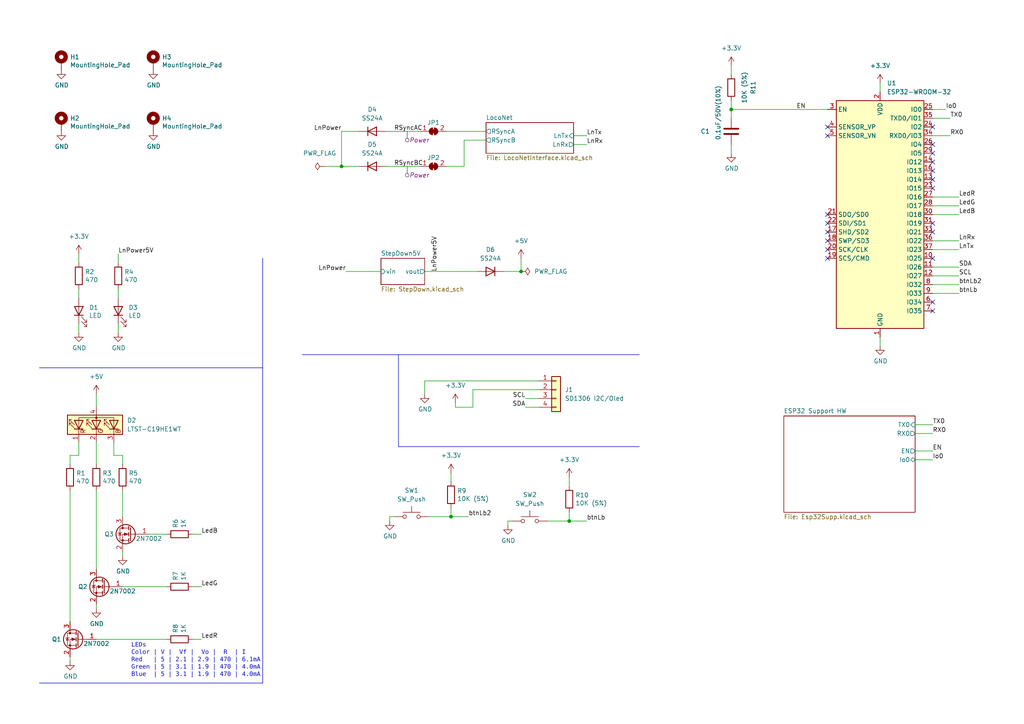
<source format=kicad_sch>
(kicad_sch (version 20231120) (generator "eeschema") (generator_version "8.0")
  (paper "A4")
  (lib_symbols
    (symbol "Connector_Generic:Conn_01x04" (pin_names (offset 1.016) hide)
      (property "Reference" "J" (at 0 5.08 0))
      (property "Value" "Conn_01x04" (at 0 -7.62 0))
      (symbol "Conn_01x04_1_1"
        (rectangle (start -1.27 -4.953) (end 0 -5.207) (stroke (width 0.1524)))
        (rectangle (start -1.27 -2.413) (end 0 -2.667) (stroke (width 0.1524)))
        (rectangle (start -1.27 0.127) (end 0 -0.127) (stroke (width 0.1524)))
        (rectangle (start -1.27 2.667) (end 0 2.413) (stroke (width 0.1524)))
        (rectangle (start -1.27 3.81) (end 1.27 -6.35) (stroke (width 0.254)) (fill (type background)))
        (pin passive line (at -5.08 2.54 0) (length 3.81) (name "Pin_1") (number "1"))
        (pin passive line (at -5.08 0 0) (length 3.81) (name "Pin_2") (number "2"))
        (pin passive line (at -5.08 -2.54 0) (length 3.81) (name "Pin_3") (number "3"))
        (pin passive line (at -5.08 -5.08 0) (length 3.81) (name "Pin_4") (number "4"))
      )
    )
    (symbol "Device:C" (pin_numbers hide) (pin_names (offset 0.254))
      (property "Reference" "C" (at 0.635 2.54 0))
      (property "Value" "C" (at 0.635 -2.54 0))
      (symbol "C_0_1"
        (polyline (pts (xy -2.032 -0.762) (xy 2.032 -0.762)) (stroke (width 0.508)))
        (polyline (pts (xy -2.032 0.762) (xy 2.032 0.762)) (stroke (width 0.508)))
      )
      (symbol "C_1_1"
        (pin passive line (at 0 3.81 270) (length 2.794) (name "~") (number "1"))
        (pin passive line (at 0 -3.81 90) (length 2.794) (name "~") (number "2"))
      )
    )
    (symbol "Device:D" (pin_numbers hide) (pin_names (offset 1.016) hide)
      (property "Reference" "D" (at 0 2.54 0))
      (property "Value" "D" (at 0 -2.54 0))
      (symbol "D_0_1"
        (polyline (pts (xy -1.27 1.27) (xy -1.27 -1.27)) (stroke (width 0.254)))
        (polyline (pts (xy 1.27 0) (xy -1.27 0)))
        (polyline (pts (xy 1.27 1.27) (xy 1.27 -1.27) (xy -1.27 0) (xy 1.27 1.27)) (stroke (width 0.254)))
      )
      (symbol "D_1_1"
        (pin passive line (at -3.81 0 0) (length 2.54) (name "K") (number "1"))
        (pin passive line (at 3.81 0 180) (length 2.54) (name "A") (number "2"))
      )
    )
    (symbol "Device:LED" (pin_numbers hide) (pin_names (offset 1.016) hide)
      (property "Reference" "D" (at 0 2.54 0))
      (property "Value" "LED" (at 0 -2.54 0))
      (symbol "LED_0_1"
        (polyline (pts (xy -1.27 -1.27) (xy -1.27 1.27)) (stroke (width 0.254)))
        (polyline (pts (xy -1.27 0) (xy 1.27 0)))
        (polyline (pts (xy 1.27 -1.27) (xy 1.27 1.27) (xy -1.27 0) (xy 1.27 -1.27)) (stroke (width 0.254)))
        (polyline (pts (xy -3.048 -0.762) (xy -4.572 -2.286) (xy -3.81 -2.286) (xy -4.572 -2.286) (xy -4.572 -1.524)))
        (polyline (pts (xy -1.778 -0.762) (xy -3.302 -2.286) (xy -2.54 -2.286) (xy -3.302 -2.286) (xy -3.302 -1.524)))
      )
      (symbol "LED_1_1"
        (pin passive line (at -3.81 0 0) (length 2.54) (name "K") (number "1"))
        (pin passive line (at 3.81 0 180) (length 2.54) (name "A") (number "2"))
      )
    )
    (symbol "Device:LED_RGBA" (pin_names (offset 0) hide)
      (property "Reference" "D" (at 0 9.398 0))
      (property "Value" "LED_RGBA" (at 0 -8.89 0))
      (symbol "LED_RGBA_0_0"
        (text "B" (at -1.905 -6.35 0) (effects (font (size 1.27 1.27))))
        (text "G" (at -1.905 -1.27 0) (effects (font (size 1.27 1.27))))
        (text "R" (at -1.905 3.81 0) (effects (font (size 1.27 1.27))))
      )
      (symbol "LED_RGBA_0_1"
        (polyline (pts (xy -1.27 -5.08) (xy -2.54 -5.08)))
        (polyline (pts (xy -1.27 -5.08) (xy 1.27 -5.08)))
        (polyline (pts (xy -1.27 -3.81) (xy -1.27 -6.35)) (stroke (width 0.254)))
        (polyline (pts (xy -1.27 0) (xy -2.54 0)))
        (polyline (pts (xy -1.27 1.27) (xy -1.27 -1.27)) (stroke (width 0.254)))
        (polyline (pts (xy -1.27 5.08) (xy -2.54 5.08)))
        (polyline (pts (xy -1.27 5.08) (xy 1.27 5.08)))
        (polyline (pts (xy -1.27 6.35) (xy -1.27 3.81)) (stroke (width 0.254)))
        (polyline (pts (xy 1.27 0) (xy -1.27 0)))
        (polyline (pts (xy 1.27 0) (xy 2.54 0)))
        (polyline (pts (xy -1.27 1.27) (xy -1.27 -1.27) (xy -1.27 -1.27)))
        (polyline (pts (xy -1.27 6.35) (xy -1.27 3.81) (xy -1.27 3.81)))
        (polyline (pts (xy 1.27 -5.08) (xy 2.032 -5.08) (xy 2.032 5.08) (xy 1.27 5.08)))
        (polyline (pts (xy 1.27 -3.81) (xy 1.27 -6.35) (xy -1.27 -5.08) (xy 1.27 -3.81)) (stroke (width 0.254)))
        (polyline (pts (xy 1.27 1.27) (xy 1.27 -1.27) (xy -1.27 0) (xy 1.27 1.27)) (stroke (width 0.254)))
        (polyline (pts (xy 1.27 6.35) (xy 1.27 3.81) (xy -1.27 5.08) (xy 1.27 6.35)) (stroke (width 0.254)))
        (polyline (pts (xy -1.016 -3.81) (xy 0.508 -2.286) (xy -0.254 -2.286) (xy 0.508 -2.286) (xy 0.508 -3.048)))
        (polyline (pts (xy -1.016 1.27) (xy 0.508 2.794) (xy -0.254 2.794) (xy 0.508 2.794) (xy 0.508 2.032)))
        (polyline (pts (xy -1.016 6.35) (xy 0.508 7.874) (xy -0.254 7.874) (xy 0.508 7.874) (xy 0.508 7.112)))
        (polyline (pts (xy 0 -3.81) (xy 1.524 -2.286) (xy 0.762 -2.286) (xy 1.524 -2.286) (xy 1.524 -3.048)))
        (polyline (pts (xy 0 1.27) (xy 1.524 2.794) (xy 0.762 2.794) (xy 1.524 2.794) (xy 1.524 2.032)))
        (polyline (pts (xy 0 6.35) (xy 1.524 7.874) (xy 0.762 7.874) (xy 1.524 7.874) (xy 1.524 7.112)))
        (rectangle (start 1.27 -1.27) (end 1.27 1.27))
        (rectangle (start 1.27 1.27) (end 1.27 1.27))
        (rectangle (start 1.27 3.81) (end 1.27 6.35))
        (rectangle (start 1.27 6.35) (end 1.27 6.35))
        (circle (center 2.032 0) (radius 0.254) (fill (type outline)))
        (rectangle (start 2.794 8.382) (end -2.794 -7.62) (stroke (width 0.254)) (fill (type background)))
      )
      (symbol "LED_RGBA_1_1"
        (pin passive line (at -5.08 5.08 0) (length 2.54) (name "RK") (number "1"))
        (pin passive line (at -5.08 0 0) (length 2.54) (name "GK") (number "2"))
        (pin passive line (at -5.08 -5.08 0) (length 2.54) (name "BK") (number "3"))
        (pin passive line (at 5.08 0 180) (length 2.54) (name "A") (number "4"))
      )
    )
    (symbol "Device:R" (pin_numbers hide) (pin_names (offset 0))
      (property "Reference" "R" (at 2.032 0 90))
      (property "Value" "R" (at 0 0 90))
      (symbol "R_0_1"
        (rectangle (start -1.016 -2.54) (end 1.016 2.54) (stroke (width 0.254)))
      )
      (symbol "R_1_1"
        (pin passive line (at 0 3.81 270) (length 1.27) (name "~") (number "1"))
        (pin passive line (at 0 -3.81 90) (length 1.27) (name "~") (number "2"))
      )
    )
    (symbol "Jumper:SolderJumper_2_Bridged" (pin_names (offset 0) hide)
      (property "Reference" "JP" (at 0 2.032 0))
      (property "Value" "SolderJumper_2_Bridged" (at 0 -2.54 0))
      (symbol "SolderJumper_2_Bridged_0_1"
        (rectangle (start -0.508 0.508) (end 0.508 -0.508) (fill (type outline)))
        (arc (start -0.254 1.016) (mid -1.2656 0) (end -0.254 -1.016))
        (arc (start -0.254 1.016) (mid -1.2656 0) (end -0.254 -1.016) (fill (type outline)))
        (polyline (pts (xy -0.254 1.016) (xy -0.254 -1.016)))
        (polyline (pts (xy 0.254 1.016) (xy 0.254 -1.016)))
        (arc (start 0.254 -1.016) (mid 1.2656 0) (end 0.254 1.016))
        (arc (start 0.254 -1.016) (mid 1.2656 0) (end 0.254 1.016) (fill (type outline)))
      )
      (symbol "SolderJumper_2_Bridged_1_1"
        (pin passive line (at -3.81 0 0) (length 2.54) (name "A") (number "1"))
        (pin passive line (at 3.81 0 180) (length 2.54) (name "B") (number "2"))
      )
    )
    (symbol "Mechanical:MountingHole_Pad" (pin_numbers hide) (pin_names (offset 1.016) hide)
      (property "Reference" "H" (at 0 6.35 0))
      (property "Value" "MountingHole_Pad" (at 0 4.445 0))
      (symbol "MountingHole_Pad_0_1"
        (circle (center 0 1.27) (radius 1.27) (stroke (width 1.27)))
      )
      (symbol "MountingHole_Pad_1_1"
        (pin input line (at 0 -2.54 90) (length 2.54) (name "1") (number "1"))
      )
    )
    (symbol "RF_Module:ESP32-WROOM-32"
      (property "Reference" "U" (at -12.7 34.29 0))
      (property "Value" "ESP32-WROOM-32" (at 1.27 34.29 0))
      (symbol "ESP32-WROOM-32_0_1"
        (rectangle (start -12.7 33.02) (end 12.7 -33.02) (stroke (width 0.254)) (fill (type background)))
      )
      (symbol "ESP32-WROOM-32_1_1"
        (pin power_in line (at 0 -35.56 90) (length 2.54) (name "GND") (number "1"))
        (pin bidirectional line (at 15.24 -12.7 180) (length 2.54) (name "IO25") (number "10"))
        (pin bidirectional line (at 15.24 -15.24 180) (length 2.54) (name "IO26") (number "11"))
        (pin bidirectional line (at 15.24 -17.78 180) (length 2.54) (name "IO27") (number "12"))
        (pin bidirectional line (at 15.24 10.16 180) (length 2.54) (name "IO14") (number "13"))
        (pin bidirectional line (at 15.24 15.24 180) (length 2.54) (name "IO12") (number "14"))
        (pin passive line (at 0 -35.56 90) (length 2.54) hide (name "GND") (number "15"))
        (pin bidirectional line (at 15.24 12.7 180) (length 2.54) (name "IO13") (number "16"))
        (pin bidirectional line (at -15.24 -5.08 0) (length 2.54) (name "SHD/SD2") (number "17"))
        (pin bidirectional line (at -15.24 -7.62 0) (length 2.54) (name "SWP/SD3") (number "18"))
        (pin bidirectional line (at -15.24 -12.7 0) (length 2.54) (name "SCS/CMD") (number "19"))
        (pin power_in line (at 0 35.56 270) (length 2.54) (name "VDD") (number "2"))
        (pin bidirectional line (at -15.24 -10.16 0) (length 2.54) (name "SCK/CLK") (number "20"))
        (pin bidirectional line (at -15.24 0 0) (length 2.54) (name "SDO/SD0") (number "21"))
        (pin bidirectional line (at -15.24 -2.54 0) (length 2.54) (name "SDI/SD1") (number "22"))
        (pin bidirectional line (at 15.24 7.62 180) (length 2.54) (name "IO15") (number "23"))
        (pin bidirectional line (at 15.24 25.4 180) (length 2.54) (name "IO2") (number "24"))
        (pin bidirectional line (at 15.24 30.48 180) (length 2.54) (name "IO0") (number "25"))
        (pin bidirectional line (at 15.24 20.32 180) (length 2.54) (name "IO4") (number "26"))
        (pin bidirectional line (at 15.24 5.08 180) (length 2.54) (name "IO16") (number "27"))
        (pin bidirectional line (at 15.24 2.54 180) (length 2.54) (name "IO17") (number "28"))
        (pin bidirectional line (at 15.24 17.78 180) (length 2.54) (name "IO5") (number "29"))
        (pin input line (at -15.24 30.48 0) (length 2.54) (name "EN") (number "3"))
        (pin bidirectional line (at 15.24 0 180) (length 2.54) (name "IO18") (number "30"))
        (pin bidirectional line (at 15.24 -2.54 180) (length 2.54) (name "IO19") (number "31"))
        (pin no_connect line (at -12.7 -27.94 0) (length 2.54) hide (name "NC") (number "32"))
        (pin bidirectional line (at 15.24 -5.08 180) (length 2.54) (name "IO21") (number "33"))
        (pin bidirectional line (at 15.24 22.86 180) (length 2.54) (name "RXD0/IO3") (number "34"))
        (pin bidirectional line (at 15.24 27.94 180) (length 2.54) (name "TXD0/IO1") (number "35"))
        (pin bidirectional line (at 15.24 -7.62 180) (length 2.54) (name "IO22") (number "36"))
        (pin bidirectional line (at 15.24 -10.16 180) (length 2.54) (name "IO23") (number "37"))
        (pin passive line (at 0 -35.56 90) (length 2.54) hide (name "GND") (number "38"))
        (pin passive line (at 0 -35.56 90) (length 2.54) hide (name "GND") (number "39"))
        (pin input line (at -15.24 25.4 0) (length 2.54) (name "SENSOR_VP") (number "4"))
        (pin input line (at -15.24 22.86 0) (length 2.54) (name "SENSOR_VN") (number "5"))
        (pin input line (at 15.24 -25.4 180) (length 2.54) (name "IO34") (number "6"))
        (pin input line (at 15.24 -27.94 180) (length 2.54) (name "IO35") (number "7"))
        (pin bidirectional line (at 15.24 -20.32 180) (length 2.54) (name "IO32") (number "8"))
        (pin bidirectional line (at 15.24 -22.86 180) (length 2.54) (name "IO33") (number "9"))
      )
    )
    (symbol "Switch:SW_Push" (pin_numbers hide) (pin_names (offset 1.016) hide)
      (property "Reference" "SW" (at 1.27 2.54 0))
      (property "Value" "SW_Push" (at 0 -1.524 0))
      (symbol "SW_Push_0_1"
        (circle (center -2.032 0) (radius 0.508))
        (polyline (pts (xy 0 1.27) (xy 0 3.048)))
        (polyline (pts (xy 2.54 1.27) (xy -2.54 1.27)))
        (circle (center 2.032 0) (radius 0.508))
        (pin passive line (at -5.08 0 0) (length 2.54) (name "1") (number "1"))
        (pin passive line (at 5.08 0 180) (length 2.54) (name "2") (number "2"))
      )
    )
    (symbol "Transistor_FET:2N7002" (pin_names hide)
      (property "Reference" "Q" (at 5.08 1.905 0))
      (property "Value" "2N7002" (at 5.08 0 0))
      (symbol "2N7002_0_1"
        (polyline (pts (xy 0.254 0) (xy -2.54 0)))
        (polyline (pts (xy 0.254 1.905) (xy 0.254 -1.905)) (stroke (width 0.254)))
        (polyline (pts (xy 0.762 -1.27) (xy 0.762 -2.286)) (stroke (width 0.254)))
        (polyline (pts (xy 0.762 0.508) (xy 0.762 -0.508)) (stroke (width 0.254)))
        (polyline (pts (xy 0.762 2.286) (xy 0.762 1.27)) (stroke (width 0.254)))
        (polyline (pts (xy 2.54 2.54) (xy 2.54 1.778)))
        (polyline (pts (xy 2.54 -2.54) (xy 2.54 0) (xy 0.762 0)))
        (polyline (pts (xy 0.762 -1.778) (xy 3.302 -1.778) (xy 3.302 1.778) (xy 0.762 1.778)))
        (polyline (pts (xy 1.016 0) (xy 2.032 0.381) (xy 2.032 -0.381) (xy 1.016 0)) (fill (type outline)))
        (polyline (pts (xy 2.794 0.508) (xy 2.921 0.381) (xy 3.683 0.381) (xy 3.81 0.254)))
        (polyline (pts (xy 3.302 0.381) (xy 2.921 -0.254) (xy 3.683 -0.254) (xy 3.302 0.381)))
        (circle (center 1.651 0) (radius 2.794) (stroke (width 0.254)))
        (circle (center 2.54 -1.778) (radius 0.254) (fill (type outline)))
        (circle (center 2.54 1.778) (radius 0.254) (fill (type outline)))
      )
      (symbol "2N7002_1_1"
        (pin input line (at -5.08 0 0) (length 2.54) (name "G") (number "1"))
        (pin passive line (at 2.54 -5.08 90) (length 2.54) (name "S") (number "2"))
        (pin passive line (at 2.54 5.08 270) (length 2.54) (name "D") (number "3"))
      )
    )
    (symbol "power:+3.3V" (power) (pin_names (offset 0))
      (property "Value" "+3.3V" (at 0 3.556 0))
      (symbol "+3.3V_0_1"
        (polyline (pts (xy -0.762 1.27) (xy 0 2.54)))
        (polyline (pts (xy 0 0) (xy 0 2.54)))
        (polyline (pts (xy 0 2.54) (xy 0.762 1.27)))
      )
      (symbol "+3.3V_1_1"
        (pin power_in line (at 0 0 90) (length 0) hide (name "+3.3V") (number "1"))
      )
    )
    (symbol "power:+5V" (power) (pin_names (offset 0))
      (property "Value" "+5V" (at 0 3.556 0))
      (symbol "+5V_0_1"
        (polyline (pts (xy -0.762 1.27) (xy 0 2.54)))
        (polyline (pts (xy 0 0) (xy 0 2.54)))
        (polyline (pts (xy 0 2.54) (xy 0.762 1.27)))
      )
      (symbol "+5V_1_1"
        (pin power_in line (at 0 0 90) (length 0) hide (name "+5V") (number "1"))
      )
    )
    (symbol "power:GND" (power) (pin_names (offset 0))
      (property "Value" "GND" (at 0 -3.81 0))
      (symbol "GND_0_1"
        (polyline (pts (xy 0 0) (xy 0 -1.27) (xy 1.27 -1.27) (xy 0 -2.54) (xy -1.27 -1.27) (xy 0 -1.27)))
      )
      (symbol "GND_1_1"
        (pin power_in line (at 0 0 270) (length 0) hide (name "GND") (number "1"))
      )
    )
    (symbol "power:PWR_FLAG" (power) (pin_numbers hide) (pin_names (offset 0) hide)
      (property "Value" "PWR_FLAG" (at 0 3.81 0))
      (symbol "PWR_FLAG_0_0"
        (pin power_out line (at 0 0 90) (length 0) (name "pwr") (number "1"))
      )
      (symbol "PWR_FLAG_0_1"
        (polyline (pts (xy 0 0) (xy 0 1.27) (xy -1.016 1.905) (xy 0 2.54) (xy 1.016 1.905) (xy 0 1.27)))
      )
    )
  )
  (junction (at 212.09 31.75))
  (junction (at 99.06 48.26))
  (junction (at 151.13 78.74))
  (junction (at 130.81 149.86))
  (junction (at 165.1 151.13))
  (no_connect (at 240.03 72.39))
  (no_connect (at 270.51 64.77))
  (no_connect (at 270.51 67.31))
  (no_connect (at 240.03 36.83))
  (no_connect (at 270.51 46.99))
  (no_connect (at 270.51 44.45))
  (no_connect (at 240.03 39.37))
  (no_connect (at 240.03 69.85))
  (no_connect (at 270.51 52.07))
  (no_connect (at 240.03 74.93))
  (no_connect (at 270.51 54.61))
  (no_connect (at 270.51 41.91))
  (no_connect (at 240.03 62.23))
  (no_connect (at 240.03 67.31))
  (no_connect (at 270.51 36.83))
  (no_connect (at 270.51 90.17))
  (no_connect (at 270.51 49.53))
  (no_connect (at 270.51 74.93))
  (no_connect (at 240.03 64.77))
  (no_connect (at 270.51 87.63))
  (wire (pts (xy 35.56 170.18) (xy 48.26 170.18)))
  (wire (pts (xy 123.19 114.3) (xy 123.19 110.49)))
  (wire (pts (xy 130.81 137.16) (xy 130.81 139.7)))
  (polyline (pts (xy 115.57 129.54) (xy 185.42 129.54)))
  (wire (pts (xy 165.1 148.59) (xy 165.1 151.13)))
  (wire (pts (xy 151.13 78.74) (xy 151.13 74.93)))
  (polyline (pts (xy 11.43 106.68) (xy 76.2 106.68)))
  (wire (pts (xy 212.09 31.75) (xy 212.09 29.21)))
  (wire (pts (xy 170.18 41.91) (xy 166.37 41.91)))
  (wire (pts (xy 55.88 154.94) (xy 58.42 154.94)))
  (wire (pts (xy 270.51 85.09) (xy 278.13 85.09)))
  (wire (pts (xy 270.51 31.75) (xy 274.32 31.75)))
  (wire (pts (xy 93.98 48.26) (xy 99.06 48.26)))
  (polyline (pts (xy 76.2 198.12) (xy 11.43 198.12)))
  (wire (pts (xy 34.29 73.66) (xy 34.29 76.2)))
  (wire (pts (xy 27.94 185.42) (xy 48.26 185.42)))
  (wire (pts (xy 270.51 59.69) (xy 278.13 59.69)))
  (wire (pts (xy 166.37 39.37) (xy 170.18 39.37)))
  (polyline (pts (xy 115.57 102.87) (xy 115.57 129.54)))
  (wire (pts (xy 100.33 78.74) (xy 110.49 78.74)))
  (wire (pts (xy 35.56 142.24) (xy 35.56 149.86)))
  (wire (pts (xy 55.88 170.18) (xy 58.42 170.18)))
  (wire (pts (xy 113.03 151.13) (xy 113.03 149.86)))
  (wire (pts (xy 270.51 69.85) (xy 278.13 69.85)))
  (wire (pts (xy 137.16 118.11) (xy 137.16 113.03)))
  (wire (pts (xy 55.88 185.42) (xy 58.42 185.42)))
  (wire (pts (xy 130.81 147.32) (xy 130.81 149.86)))
  (wire (pts (xy 270.51 80.01) (xy 278.13 80.01)))
  (wire (pts (xy 27.94 128.27) (xy 27.94 134.62)))
  (wire (pts (xy 113.03 149.86) (xy 114.3 149.86)))
  (wire (pts (xy 132.08 118.11) (xy 132.08 116.84)))
  (wire (pts (xy 152.4 115.57) (xy 156.21 115.57)))
  (wire (pts (xy 140.97 40.64) (xy 134.62 40.64)))
  (wire (pts (xy 27.94 114.3) (xy 27.94 118.11)))
  (wire (pts (xy 123.19 110.49) (xy 156.21 110.49)))
  (wire (pts (xy 212.09 31.75) (xy 240.03 31.75)))
  (wire (pts (xy 137.16 113.03) (xy 156.21 113.03)))
  (wire (pts (xy 270.51 62.23) (xy 278.13 62.23)))
  (wire (pts (xy 265.43 130.81) (xy 270.51 130.81)))
  (wire (pts (xy 20.32 142.24) (xy 20.32 180.34)))
  (wire (pts (xy 22.86 73.66) (xy 22.86 76.2)))
  (wire (pts (xy 34.29 83.82) (xy 34.29 86.36)))
  (wire (pts (xy 270.51 57.15) (xy 278.13 57.15)))
  (wire (pts (xy 255.27 24.13) (xy 255.27 26.67)))
  (wire (pts (xy 33.02 128.27) (xy 33.02 132.08)))
  (wire (pts (xy 22.86 83.82) (xy 22.86 86.36)))
  (wire (pts (xy 111.76 38.1) (xy 121.92 38.1)))
  (wire (pts (xy 270.51 82.55) (xy 278.13 82.55)))
  (wire (pts (xy 152.4 118.11) (xy 156.21 118.11)))
  (wire (pts (xy 132.08 118.11) (xy 137.16 118.11)))
  (wire (pts (xy 270.51 77.47) (xy 278.13 77.47)))
  (wire (pts (xy 165.1 138.43) (xy 165.1 140.97)))
  (wire (pts (xy 43.18 154.94) (xy 48.26 154.94)))
  (wire (pts (xy 99.06 38.1) (xy 99.06 48.26)))
  (wire (pts (xy 147.32 152.4) (xy 147.32 151.13)))
  (wire (pts (xy 270.51 72.39) (xy 278.13 72.39)))
  (wire (pts (xy 212.09 41.91) (xy 212.09 44.45)))
  (wire (pts (xy 20.32 190.5) (xy 20.32 191.77)))
  (wire (pts (xy 20.32 132.08) (xy 20.32 134.62)))
  (wire (pts (xy 129.54 38.1) (xy 140.97 38.1)))
  (wire (pts (xy 35.56 160.02) (xy 35.56 161.29)))
  (wire (pts (xy 165.1 151.13) (xy 170.18 151.13)))
  (wire (pts (xy 255.27 97.79) (xy 255.27 100.33)))
  (wire (pts (xy 270.51 39.37) (xy 275.59 39.37)))
  (wire (pts (xy 147.32 151.13) (xy 148.59 151.13)))
  (wire (pts (xy 104.14 38.1) (xy 99.06 38.1)))
  (wire (pts (xy 27.94 175.26) (xy 27.94 176.53)))
  (wire (pts (xy 130.81 149.86) (xy 135.89 149.86)))
  (wire (pts (xy 111.76 48.26) (xy 121.92 48.26)))
  (wire (pts (xy 158.75 151.13) (xy 165.1 151.13)))
  (wire (pts (xy 123.19 78.74) (xy 138.43 78.74)))
  (wire (pts (xy 99.06 48.26) (xy 104.14 48.26)))
  (wire (pts (xy 265.43 125.73) (xy 270.51 125.73)))
  (polyline (pts (xy 87.63 102.87) (xy 185.42 102.87)))
  (polyline (pts (xy 76.2 106.68) (xy 76.2 198.12)))
  (wire (pts (xy 22.86 132.08) (xy 20.32 132.08)))
  (wire (pts (xy 275.59 34.29) (xy 270.51 34.29)))
  (wire (pts (xy 212.09 31.75) (xy 212.09 34.29)))
  (wire (pts (xy 146.05 78.74) (xy 151.13 78.74)))
  (polyline (pts (xy 76.2 74.93) (xy 76.2 106.68)))
  (wire (pts (xy 27.94 142.24) (xy 27.94 165.1)))
  (wire (pts (xy 134.62 48.26) (xy 129.54 48.26)))
  (wire (pts (xy 212.09 19.05) (xy 212.09 21.59)))
  (wire (pts (xy 265.43 133.35) (xy 270.51 133.35)))
  (wire (pts (xy 34.29 93.98) (xy 34.29 96.52)))
  (wire (pts (xy 265.43 123.19) (xy 270.51 123.19)))
  (wire (pts (xy 33.02 132.08) (xy 35.56 132.08)))
  (wire (pts (xy 22.86 128.27) (xy 22.86 132.08)))
  (wire (pts (xy 124.46 149.86) (xy 130.81 149.86)))
  (wire (pts (xy 35.56 132.08) (xy 35.56 134.62)))
  (wire (pts (xy 134.62 40.64) (xy 134.62 48.26)))
  (wire (pts (xy 22.86 93.98) (xy 22.86 96.52)))
  (text "LEDs\nColor | V |  Vf |  Vo |  R  | I\nRed   | 5 | 2.1 | 2.9 | 470 | 6.1mA\nGreen | 5 | 3.1 | 1.9 | 470 | 4.0mA\nBlue  | 5 | 3.1 | 1.9 | 470 | 4.0mA" (at 38.1 196.85 0) (effects (font (size 1.27 1.27)) (justify left bottom)))
  (label "LedB" (at 278.13 62.23 0))
  (label "LedR" (at 58.42 185.42 0))
  (label "LnPower" (at 100.33 78.74 180))
  (label "TX0" (at 270.51 123.19 0))
  (label "EN" (at 270.51 130.81 0))
  (label "RSyncBC" (at 114.3 48.26 0))
  (label "LedR" (at 278.13 57.15 0))
  (label "btnLb" (at 278.13 85.09 0))
  (label "LnTx" (at 278.13 72.39 0))
  (label "RSyncAC" (at 114.3 38.1 0))
  (label "LnPower5V" (at 127 78.74 90))
  (label "SCL" (at 152.4 115.57 180))
  (label "LnPower" (at 99.06 38.1 180))
  (label "SDA" (at 278.13 77.47 0))
  (label "btnLb2" (at 278.13 82.55 0))
  (label "LnRx" (at 278.13 69.85 0))
  (label "btnLb" (at 170.18 151.13 0))
  (label "LnRx" (at 170.18 41.91 0))
  (label "btnLb2" (at 135.89 149.86 0))
  (label "SCL" (at 278.13 80.01 0))
  (label "Io0" (at 274.32 31.75 0))
  (label "EN" (at 233.68 31.75 180))
  (label "LedG" (at 58.42 170.18 0))
  (label "LedG" (at 278.13 59.69 0))
  (label "LedB" (at 58.42 154.94 0))
  (label "RX0" (at 275.59 39.37 0))
  (label "SDA" (at 152.4 118.11 180))
  (label "Io0" (at 270.51 133.35 0))
  (label "LnPower5V" (at 34.29 73.66 0))
  (label "TX0" (at 275.59 34.29 0))
  (label "RX0" (at 270.51 125.73 0))
  (label "LnTx" (at 170.18 39.37 0))
  (netclass_flag "" (length 2.54) (shape round) (at 118.11 38.1 180) (property "Netclass" "Power" (at 118.7196 40.64 0) (effects (font (italic yes)) (justify left))))
  (netclass_flag "" (length 2.54) (shape round) (at 118.11 48.26 180) (property "Netclass" "Power" (at 118.7196 50.8 0) (effects (font (italic yes)) (justify left))))
  (symbol (lib_id "Mechanical:MountingHole_Pad") (at 17.78 17.78 0) (unit 1)
    (property "Reference" "H1" (at 20.32 16.5354 0) (effects (justify left)))
    (property "Value" "MountingHole_Pad" (at 20.32 18.8468 0) (effects (justify left)))
    (property "Footprint" "MountingHole:MountingHole_3.2mm_M3_ISO7380_Pad" (effects (hide yes)))
  )
  (symbol (lib_id "Mechanical:MountingHole_Pad") (at 44.45 17.78 0) (unit 1)
    (property "Reference" "H3" (at 46.99 16.5354 0) (effects (justify left)))
    (property "Value" "MountingHole_Pad" (at 46.99 18.8468 0) (effects (justify left)))
    (property "Footprint" "MountingHole:MountingHole_3.2mm_M3_ISO7380_Pad" (effects (hide yes)))
  )
  (symbol (lib_id "Mechanical:MountingHole_Pad") (at 44.45 35.56 0) (unit 1)
    (property "Reference" "H4" (at 46.99 34.3154 0) (effects (justify left)))
    (property "Value" "MountingHole_Pad" (at 46.99 36.6268 0) (effects (justify left)))
    (property "Footprint" "MountingHole:MountingHole_3.2mm_M3_ISO7380_Pad" (effects (hide yes)))
  )
  (symbol (lib_id "Mechanical:MountingHole_Pad") (at 17.78 35.56 0) (unit 1)
    (property "Reference" "H2" (at 20.32 34.3154 0) (effects (justify left)))
    (property "Value" "MountingHole_Pad" (at 20.32 36.6268 0) (effects (justify left)))
    (property "Footprint" "MountingHole:MountingHole_3.2mm_M3_ISO7380_Pad" (effects (hide yes)))
  )
  (symbol (lib_id "power:GND") (at 44.45 38.1 0) (unit 1)
    (property "Reference" "#PWR011" (effects (hide yes)))
    (property "Value" "GND" (at 44.577 42.4942 0))
  )
  (symbol (lib_id "power:GND") (at 17.78 38.1 0) (unit 1)
    (property "Reference" "#PWR02" (effects (hide yes)))
    (property "Value" "GND" (at 17.907 42.4942 0))
  )
  (symbol (lib_id "power:GND") (at 17.78 20.32 0) (unit 1)
    (property "Reference" "#PWR01" (effects (hide yes)))
    (property "Value" "GND" (at 17.907 24.7142 0))
  )
  (symbol (lib_id "power:GND") (at 44.45 20.32 0) (unit 1)
    (property "Reference" "#PWR010" (effects (hide yes)))
    (property "Value" "GND" (at 44.577 24.7142 0))
  )
  (symbol (lib_id "RF_Module:ESP32-WROOM-32") (at 255.27 62.23 0) (unit 1)
    (property "Reference" "U1" (at 257.2259 24.13 0) (effects (justify left)))
    (property "Value" "ESP32-WROOM-32" (at 257.2259 26.67 0) (effects (justify left)))
    (property "Footprint" "RF_Module:ESP32-WROOM-32" (effects (hide yes)))
    (property "Datasheet" "https://www.espressif.com/sites/default/files/documentation/esp32-wroom-32_datasheet_en.pdf" (effects (hide yes)))
    (property "LCSC" "C701343" (effects (hide yes)))
  )
  (symbol (lib_id "Device:LED") (at 22.86 90.17 90) (unit 1)
    (property "Reference" "D1" (at 25.8318 89.2048 90) (effects (justify right)))
    (property "Value" "LED" (at 25.8318 91.5162 90) (effects (justify right)))
    (property "Footprint" "LED_SMD:LED_0805_2012Metric" (effects (hide yes)))
    (property "LCSC" "C2296" (effects (hide yes)))
  )
  (symbol (lib_id "power:GND") (at 147.32 152.4 0) (unit 1)
    (property "Reference" "#PWR016" (effects (hide yes)))
    (property "Value" "GND" (at 147.447 156.7942 0))
  )
  (symbol (lib_id "power:+3.3V") (at 255.27 24.13 0) (unit 1)
    (property "Reference" "#PWR021" (effects (hide yes)))
    (property "Value" "+3.3V" (at 255.27 19.05 0))
  )
  (symbol (lib_id "Transistor_FET:2N7002") (at 30.48 170.18 0) (mirror y) (unit 1)
    (property "Reference" "Q2" (at 25.4 170.18 0) (effects (justify left)))
    (property "Value" "2N7002" (at 39.37 171.45 0) (effects (justify left)))
    (property "Footprint" "Package_TO_SOT_SMD:SOT-23" (effects (hide yes)))
    (property "Datasheet" "https://www.onsemi.com/pub/Collateral/NDS7002A-D.PDF" (effects (hide yes)))
    (property "LCSC" "C8545" (effects (hide yes)))
  )
  (symbol (lib_id "power:+3.3V") (at 132.08 116.84 0) (unit 1)
    (property "Reference" "#PWR015" (effects (hide yes)))
    (property "Value" "+3.3V" (at 132.08 111.76 0))
  )
  (symbol (lib_id "Device:D") (at 107.95 48.26 0) (unit 1)
    (property "Reference" "D5" (at 107.95 41.91 0))
    (property "Value" "SS24A" (at 107.95 44.45 0))
    (property "Footprint" "Diode_SMD:D_SMA" (effects (hide yes)))
    (property "Sim.Device" "D" (effects (hide yes)))
    (property "Sim.Pins" "1=K 2=A" (effects (hide yes)))
    (property "LCSC" "C95872" (effects (hide yes)))
  )
  (symbol (lib_id "Device:R") (at 20.32 138.43 180) (unit 1)
    (property "Reference" "R1" (at 22.098 137.2616 0) (effects (justify right)))
    (property "Value" "470" (at 22.098 139.573 0) (effects (justify right)))
    (property "Footprint" "Resistor_SMD:R_0805_2012Metric" (effects (hide yes)))
    (property "LCSC" "C17710" (effects (hide yes)))
  )
  (symbol (lib_id "Device:R") (at 34.29 80.01 180) (unit 1)
    (property "Reference" "R4" (at 36.068 78.8416 0) (effects (justify right)))
    (property "Value" "470" (at 36.068 81.153 0) (effects (justify right)))
    (property "Footprint" "Resistor_SMD:R_0805_2012Metric" (effects (hide yes)))
    (property "LCSC" "C17710" (effects (hide yes)))
  )
  (symbol (lib_id "Device:R") (at 212.09 25.4 0) (unit 1)
    (property "Reference" "R11" (at 218.44 25.4 90))
    (property "Value" "10K (5%)" (at 215.9 25.4 90))
    (property "Footprint" "Resistor_SMD:R_0805_2012Metric" (effects (hide yes)))
    (property "LCSC" "C17414" (effects (hide yes)))
  )
  (symbol (lib_id "power:GND") (at 34.29 96.52 0) (unit 1)
    (property "Reference" "#PWR08" (effects (hide yes)))
    (property "Value" "GND" (at 34.417 100.9142 0))
  )
  (symbol (lib_id "Switch:SW_Push") (at 153.67 151.13 0) (unit 1)
    (property "Reference" "SW2" (at 153.67 143.51 0))
    (property "Value" "SW_Push" (at 153.67 146.05 0))
    (property "Footprint" "Button_Switch_SMD:SW_SPST_CK_RS282G05A3" (effects (hide yes)))
  )
  (symbol (lib_id "power:GND") (at 27.94 176.53 0) (unit 1)
    (property "Reference" "#PWR07" (effects (hide yes)))
    (property "Value" "GND" (at 28.067 180.9242 0))
  )
  (symbol (lib_id "power:GND") (at 113.03 151.13 0) (unit 1)
    (property "Reference" "#PWR012" (effects (hide yes)))
    (property "Value" "GND" (at 113.157 155.5242 0))
  )
  (symbol (lib_id "Device:LED") (at 34.29 90.17 90) (unit 1)
    (property "Reference" "D3" (at 37.2618 89.2048 90) (effects (justify right)))
    (property "Value" "LED" (at 37.2618 91.5162 90) (effects (justify right)))
    (property "Footprint" "LED_SMD:LED_0805_2012Metric" (effects (hide yes)))
    (property "LCSC" "C2296" (effects (hide yes)))
  )
  (symbol (lib_id "Device:D") (at 107.95 38.1 0) (unit 1)
    (property "Reference" "D4" (at 107.95 31.75 0))
    (property "Value" "SS24A" (at 107.95 34.29 0))
    (property "Footprint" "Diode_SMD:D_SMA" (effects (hide yes)))
    (property "Sim.Device" "D" (effects (hide yes)))
    (property "Sim.Pins" "1=K 2=A" (effects (hide yes)))
    (property "LCSC" "C95872" (effects (hide yes)))
  )
  (symbol (lib_id "power:GND") (at 22.86 96.52 0) (unit 1)
    (property "Reference" "#PWR05" (effects (hide yes)))
    (property "Value" "GND" (at 22.987 100.9142 0))
  )
  (symbol (lib_id "power:+5V") (at 27.94 114.3 0) (unit 1)
    (property "Reference" "#PWR06" (effects (hide yes)))
    (property "Value" "+5V" (at 27.94 109.22 0))
  )
  (symbol (lib_id "power:+3.3V") (at 212.09 19.05 0) (unit 1)
    (property "Reference" "#PWR019" (effects (hide yes)))
    (property "Value" "+3.3V" (at 212.09 13.97 0))
  )
  (symbol (lib_id "power:+5V") (at 151.13 74.93 0) (unit 1)
    (property "Reference" "#PWR017" (effects (hide yes)))
    (property "Value" "+5V" (at 151.13 69.85 0))
  )
  (symbol (lib_id "power:GND") (at 20.32 191.77 0) (unit 1)
    (property "Reference" "#PWR03" (effects (hide yes)))
    (property "Value" "GND" (at 20.447 196.1642 0))
  )
  (symbol (lib_id "Device:R") (at 35.56 138.43 180) (unit 1)
    (property "Reference" "R5" (at 37.338 137.2616 0) (effects (justify right)))
    (property "Value" "470" (at 37.338 139.573 0) (effects (justify right)))
    (property "Footprint" "Resistor_SMD:R_0805_2012Metric" (effects (hide yes)))
    (property "LCSC" "C17710" (effects (hide yes)))
  )
  (symbol (lib_id "Device:R") (at 22.86 80.01 180) (unit 1)
    (property "Reference" "R2" (at 24.638 78.8416 0) (effects (justify right)))
    (property "Value" "470" (at 24.638 81.153 0) (effects (justify right)))
    (property "Footprint" "Resistor_SMD:R_0805_2012Metric" (effects (hide yes)))
    (property "LCSC" "C17710" (effects (hide yes)))
  )
  (symbol (lib_id "power:+3.3V") (at 130.81 137.16 0) (unit 1)
    (property "Reference" "#PWR014" (effects (hide yes)))
    (property "Value" "+3.3V" (at 130.81 132.08 0))
  )
  (symbol (lib_id "Jumper:SolderJumper_2_Bridged") (at 125.73 48.26 0) (unit 1)
    (property "Reference" "JP2" (at 125.73 45.72 0))
    (property "Value" "SolderJumper_2_Bridged" (effects (hide yes)))
    (property "Footprint" "Jumper:SolderJumper-2_P1.3mm_Bridged2Bar_RoundedPad1.0x1.5mm" (effects (hide yes)))
  )
  (symbol (lib_id "Device:R") (at 52.07 154.94 270) (unit 1)
    (property "Reference" "R6" (at 50.9016 153.162 0) (effects (justify right)))
    (property "Value" "1K" (at 53.213 153.162 0) (effects (justify right)))
    (property "Footprint" "Resistor_SMD:R_0805_2012Metric" (effects (hide yes)))
    (property "LCSC" "C17513" (effects (hide yes)))
  )
  (symbol (lib_id "Device:R") (at 165.1 144.78 0) (unit 1)
    (property "Reference" "R10" (at 166.878 143.6116 0) (effects (justify left)))
    (property "Value" "10K (5%)" (at 166.878 145.923 0) (effects (justify left)))
    (property "Footprint" "Resistor_SMD:R_0805_2012Metric" (effects (hide yes)))
    (property "LCSC" "C17414" (effects (hide yes)))
  )
  (symbol (lib_id "Device:D") (at 142.24 78.74 180) (unit 1)
    (property "Reference" "D6" (at 142.24 72.39 0))
    (property "Value" "SS24A" (at 142.24 74.93 0))
    (property "Footprint" "Diode_SMD:D_SMA" (effects (hide yes)))
    (property "Sim.Device" "D" (effects (hide yes)))
    (property "Sim.Pins" "1=K 2=A" (effects (hide yes)))
    (property "LCSC" "C95872" (effects (hide yes)))
  )
  (symbol (lib_id "power:GND") (at 255.27 100.33 0) (unit 1)
    (property "Reference" "#PWR022" (effects (hide yes)))
    (property "Value" "GND" (at 255.397 104.7242 0))
  )
  (symbol (lib_id "power:PWR_FLAG") (at 93.98 48.26 90) (unit 1)
    (property "Reference" "#FLG01" (effects (hide yes)))
    (property "Value" "PWR_FLAG" (at 92.71 44.45 90))
  )
  (symbol (lib_id "Transistor_FET:2N7002") (at 22.86 185.42 0) (mirror y) (unit 1)
    (property "Reference" "Q1" (at 17.78 185.42 0) (effects (justify left)))
    (property "Value" "2N7002" (at 31.75 186.69 0) (effects (justify left)))
    (property "Footprint" "Package_TO_SOT_SMD:SOT-23" (effects (hide yes)))
    (property "Datasheet" "https://www.onsemi.com/pub/Collateral/NDS7002A-D.PDF" (effects (hide yes)))
    (property "LCSC" "C8545" (effects (hide yes)))
  )
  (symbol (lib_id "Transistor_FET:2N7002") (at 38.1 154.94 0) (mirror y) (unit 1)
    (property "Reference" "Q3" (at 33.02 154.94 0) (effects (justify left)))
    (property "Value" "2N7002" (at 46.99 156.21 0) (effects (justify left)))
    (property "Footprint" "Package_TO_SOT_SMD:SOT-23" (effects (hide yes)))
    (property "Datasheet" "https://www.onsemi.com/pub/Collateral/NDS7002A-D.PDF" (effects (hide yes)))
    (property "LCSC" "C8545" (effects (hide yes)))
  )
  (symbol (lib_id "Switch:SW_Push") (at 119.38 149.86 0) (unit 1)
    (property "Reference" "SW1" (at 119.38 142.24 0))
    (property "Value" "SW_Push" (at 119.38 144.78 0))
    (property "Footprint" "Button_Switch_SMD:SW_SPST_CK_RS282G05A3" (effects (hide yes)))
  )
  (symbol (lib_id "power:PWR_FLAG") (at 151.13 78.74 270) (unit 1)
    (property "Reference" "#FLG02" (effects (hide yes)))
    (property "Value" "PWR_FLAG" (at 154.94 78.74 90) (effects (justify left)))
  )
  (symbol (lib_id "Device:C") (at 212.09 38.1 0) (unit 1)
    (property "Reference" "C1" (at 203.2 38.1 0) (effects (justify left)))
    (property "Value" "0.1uF/50V(10%)" (at 208.28 40.64 90) (effects (justify left)))
    (property "Footprint" "Capacitor_SMD:C_0805_2012Metric" (effects (hide yes)))
    (property "LCSC" "C49678" (effects (hide yes)))
  )
  (symbol (lib_id "power:+3.3V") (at 165.1 138.43 0) (unit 1)
    (property "Reference" "#PWR018" (effects (hide yes)))
    (property "Value" "+3.3V" (at 165.1 133.35 0))
  )
  (symbol (lib_id "Connector_Generic:Conn_01x04") (at 161.29 113.03 0) (unit 1)
    (property "Reference" "J1" (at 163.83 113.03 0) (effects (justify left)))
    (property "Value" "SD1306 I2C/Oled" (at 163.83 115.57 0) (effects (justify left)))
    (property "Footprint" "LocoNetInterface:128x64OLED" (effects (hide yes)))
  )
  (symbol (lib_id "Device:R") (at 52.07 170.18 270) (unit 1)
    (property "Reference" "R7" (at 50.9016 168.402 0) (effects (justify right)))
    (property "Value" "1K" (at 53.213 168.402 0) (effects (justify right)))
    (property "Footprint" "Resistor_SMD:R_0805_2012Metric" (effects (hide yes)))
    (property "LCSC" "C17513" (effects (hide yes)))
  )
  (symbol (lib_id "power:+3.3V") (at 22.86 73.66 0) (unit 1)
    (property "Reference" "#PWR04" (effects (hide yes)))
    (property "Value" "+3.3V" (at 22.86 68.58 0))
  )
  (symbol (lib_id "power:GND") (at 35.56 161.29 0) (unit 1)
    (property "Reference" "#PWR09" (effects (hide yes)))
    (property "Value" "GND" (at 35.687 165.6842 0))
  )
  (symbol (lib_id "power:GND") (at 212.09 44.45 0) (unit 1)
    (property "Reference" "#PWR020" (effects (hide yes)))
    (property "Value" "GND" (at 212.217 48.8442 0))
  )
  (symbol (lib_id "Jumper:SolderJumper_2_Bridged") (at 125.73 38.1 0) (unit 1)
    (property "Reference" "JP1" (at 125.73 35.56 0))
    (property "Value" "SolderJumper_2_Bridged" (effects (hide yes)))
    (property "Footprint" "Jumper:SolderJumper-2_P1.3mm_Bridged2Bar_RoundedPad1.0x1.5mm" (effects (hide yes)))
  )
  (symbol (lib_id "Device:R") (at 130.81 143.51 0) (unit 1)
    (property "Reference" "R9" (at 132.588 142.3416 0) (effects (justify left)))
    (property "Value" "10K (5%)" (at 132.588 144.653 0) (effects (justify left)))
    (property "Footprint" "Resistor_SMD:R_0805_2012Metric" (effects (hide yes)))
    (property "LCSC" "C17414" (effects (hide yes)))
  )
  (symbol (lib_id "Device:LED_RGBA") (at 27.94 123.19 90) (unit 1)
    (property "Reference" "D2" (at 36.83 121.92 90) (effects (justify right)))
    (property "Value" "LTST-C19HE1WT" (at 36.83 124.46 90) (effects (justify right)))
    (property "Footprint" "LED_SMD:LED_LiteOn_LTST-C19HE1WT" (effects (hide yes)))
    (property "LCSC" "C458749" (effects (hide yes)))
  )
  (symbol (lib_id "Device:R") (at 52.07 185.42 270) (unit 1)
    (property "Reference" "R8" (at 50.9016 183.642 0) (effects (justify right)))
    (property "Value" "1K" (at 53.213 183.642 0) (effects (justify right)))
    (property "Footprint" "Resistor_SMD:R_0805_2012Metric" (effects (hide yes)))
    (property "LCSC" "C17513" (effects (hide yes)))
  )
  (symbol (lib_id "Device:R") (at 27.94 138.43 180) (unit 1)
    (property "Reference" "R3" (at 29.718 137.2616 0) (effects (justify right)))
    (property "Value" "470" (at 29.718 139.573 0) (effects (justify right)))
    (property "Footprint" "Resistor_SMD:R_0805_2012Metric" (effects (hide yes)))
    (property "LCSC" "C17710" (effects (hide yes)))
  )
  (symbol (lib_id "power:GND") (at 123.19 114.3 0) (unit 1)
    (property "Reference" "#PWR013" (effects (hide yes)))
    (property "Value" "GND" (at 123.317 118.6942 0))
  )
  (sheet (at 140.97 35.56) (size 25.4 8.89)
    (property "Sheetname" "LocoNet" (at 140.97 34.8484 0) (effects (justify left bottom)))
    (property "Sheetfile" "LocoNetInterface.kicad_sch" (at 140.97 45.0346 0) (effects (justify left top)))
    (pin "LnTx" input (at 166.37 39.37 0))
    (pin "LnRx" output (at 166.37 41.91 0))
    (pin "RSyncA" output (at 140.97 38.1 180))
    (pin "RSyncB" output (at 140.97 40.64 180))
  )
  (sheet (at 110.49 74.93) (size 12.7 7.62) (stroke (width 0.1524))
    (property "Sheetname" "StepDown5V" (at 110.49 74.2184 0) (effects (justify left bottom)))
    (property "Sheetfile" "StepDown.kicad_sch" (at 110.49 83.1346 0) (effects (justify left top)))
    (pin "vin" input (at 110.49 78.74 180))
    (pin "vout" output (at 123.19 78.74 0))
  )
  (sheet (at 227.33 120.65) (size 38.1 27.94) (stroke (width 0.1524))
    (property "Sheetname" "ESP32 Support HW" (at 227.33 119.9384 0) (effects (justify left bottom)))
    (property "Sheetfile" "Esp32Supp.kicad_sch" (at 227.33 149.1746 0) (effects (justify left top)))
    (pin "TX0" input (at 265.43 123.19 0))
    (pin "RX0" output (at 265.43 125.73 0))
    (pin "EN" output (at 265.43 130.81 0))
    (pin "Io0" bidirectional (at 265.43 133.35 0))
  )
)
</source>
